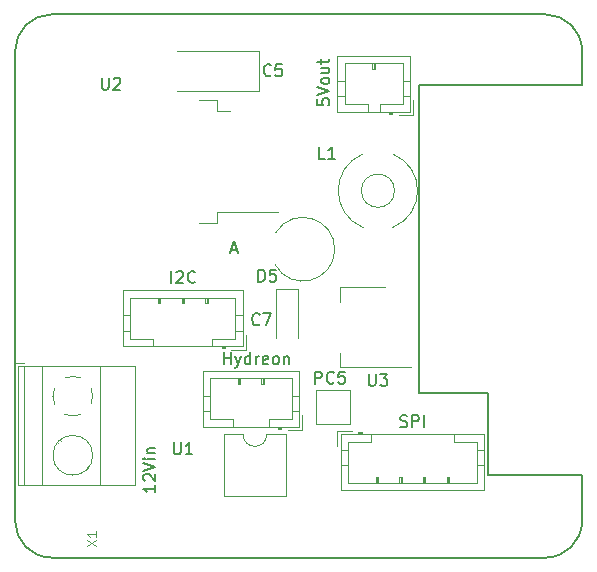
<source format=gbr>
G04 #@! TF.GenerationSoftware,KiCad,Pcbnew,8.99.0-unknown*
G04 #@! TF.CreationDate,2024-03-12T12:42:11+03:00*
G04 #@! TF.ProjectId,opi-hat,6f70692d-6861-4742-9e6b-696361645f70,rev?*
G04 #@! TF.SameCoordinates,Original*
G04 #@! TF.FileFunction,Legend,Top*
G04 #@! TF.FilePolarity,Positive*
%FSLAX46Y46*%
G04 Gerber Fmt 4.6, Leading zero omitted, Abs format (unit mm)*
G04 Created by KiCad (PCBNEW 8.99.0-unknown) date 2024-03-12 12:42:11*
%MOMM*%
%LPD*%
G01*
G04 APERTURE LIST*
%ADD10C,0.150000*%
%ADD11C,0.092659*%
%ADD12C,0.120000*%
G04 #@! TA.AperFunction,Profile*
%ADD13C,0.127000*%
G04 #@! TD*
G04 APERTURE END LIST*
D10*
X89027095Y-56858819D02*
X89027095Y-57668342D01*
X89027095Y-57668342D02*
X89074714Y-57763580D01*
X89074714Y-57763580D02*
X89122333Y-57811200D01*
X89122333Y-57811200D02*
X89217571Y-57858819D01*
X89217571Y-57858819D02*
X89408047Y-57858819D01*
X89408047Y-57858819D02*
X89503285Y-57811200D01*
X89503285Y-57811200D02*
X89550904Y-57763580D01*
X89550904Y-57763580D02*
X89598523Y-57668342D01*
X89598523Y-57668342D02*
X89598523Y-56858819D01*
X90027095Y-56954057D02*
X90074714Y-56906438D01*
X90074714Y-56906438D02*
X90169952Y-56858819D01*
X90169952Y-56858819D02*
X90408047Y-56858819D01*
X90408047Y-56858819D02*
X90503285Y-56906438D01*
X90503285Y-56906438D02*
X90550904Y-56954057D01*
X90550904Y-56954057D02*
X90598523Y-57049295D01*
X90598523Y-57049295D02*
X90598523Y-57144533D01*
X90598523Y-57144533D02*
X90550904Y-57287390D01*
X90550904Y-57287390D02*
X89979476Y-57858819D01*
X89979476Y-57858819D02*
X90598523Y-57858819D01*
D11*
X87774523Y-96475732D02*
X88546683Y-95960959D01*
X87774523Y-95960959D02*
X88546683Y-96475732D01*
X88546683Y-95262338D02*
X88546683Y-95703572D01*
X88546683Y-95482955D02*
X87774523Y-95482955D01*
X87774523Y-95482955D02*
X87884832Y-95556494D01*
X87884832Y-95556494D02*
X87958371Y-95630033D01*
X87958371Y-95630033D02*
X87995140Y-95703572D01*
D10*
X107277819Y-58657952D02*
X107277819Y-59134142D01*
X107277819Y-59134142D02*
X107754009Y-59181761D01*
X107754009Y-59181761D02*
X107706390Y-59134142D01*
X107706390Y-59134142D02*
X107658771Y-59038904D01*
X107658771Y-59038904D02*
X107658771Y-58800809D01*
X107658771Y-58800809D02*
X107706390Y-58705571D01*
X107706390Y-58705571D02*
X107754009Y-58657952D01*
X107754009Y-58657952D02*
X107849247Y-58610333D01*
X107849247Y-58610333D02*
X108087342Y-58610333D01*
X108087342Y-58610333D02*
X108182580Y-58657952D01*
X108182580Y-58657952D02*
X108230200Y-58705571D01*
X108230200Y-58705571D02*
X108277819Y-58800809D01*
X108277819Y-58800809D02*
X108277819Y-59038904D01*
X108277819Y-59038904D02*
X108230200Y-59134142D01*
X108230200Y-59134142D02*
X108182580Y-59181761D01*
X107277819Y-58324618D02*
X108277819Y-57991285D01*
X108277819Y-57991285D02*
X107277819Y-57657952D01*
X108277819Y-57181761D02*
X108230200Y-57276999D01*
X108230200Y-57276999D02*
X108182580Y-57324618D01*
X108182580Y-57324618D02*
X108087342Y-57372237D01*
X108087342Y-57372237D02*
X107801628Y-57372237D01*
X107801628Y-57372237D02*
X107706390Y-57324618D01*
X107706390Y-57324618D02*
X107658771Y-57276999D01*
X107658771Y-57276999D02*
X107611152Y-57181761D01*
X107611152Y-57181761D02*
X107611152Y-57038904D01*
X107611152Y-57038904D02*
X107658771Y-56943666D01*
X107658771Y-56943666D02*
X107706390Y-56896047D01*
X107706390Y-56896047D02*
X107801628Y-56848428D01*
X107801628Y-56848428D02*
X108087342Y-56848428D01*
X108087342Y-56848428D02*
X108182580Y-56896047D01*
X108182580Y-56896047D02*
X108230200Y-56943666D01*
X108230200Y-56943666D02*
X108277819Y-57038904D01*
X108277819Y-57038904D02*
X108277819Y-57181761D01*
X107611152Y-55991285D02*
X108277819Y-55991285D01*
X107611152Y-56419856D02*
X108134961Y-56419856D01*
X108134961Y-56419856D02*
X108230200Y-56372237D01*
X108230200Y-56372237D02*
X108277819Y-56276999D01*
X108277819Y-56276999D02*
X108277819Y-56134142D01*
X108277819Y-56134142D02*
X108230200Y-56038904D01*
X108230200Y-56038904D02*
X108182580Y-55991285D01*
X107611152Y-55657951D02*
X107611152Y-55276999D01*
X107277819Y-55515094D02*
X108134961Y-55515094D01*
X108134961Y-55515094D02*
X108230200Y-55467475D01*
X108230200Y-55467475D02*
X108277819Y-55372237D01*
X108277819Y-55372237D02*
X108277819Y-55276999D01*
X102278905Y-74114819D02*
X102278905Y-73114819D01*
X102278905Y-73114819D02*
X102517000Y-73114819D01*
X102517000Y-73114819D02*
X102659857Y-73162438D01*
X102659857Y-73162438D02*
X102755095Y-73257676D01*
X102755095Y-73257676D02*
X102802714Y-73352914D01*
X102802714Y-73352914D02*
X102850333Y-73543390D01*
X102850333Y-73543390D02*
X102850333Y-73686247D01*
X102850333Y-73686247D02*
X102802714Y-73876723D01*
X102802714Y-73876723D02*
X102755095Y-73971961D01*
X102755095Y-73971961D02*
X102659857Y-74067200D01*
X102659857Y-74067200D02*
X102517000Y-74114819D01*
X102517000Y-74114819D02*
X102278905Y-74114819D01*
X103755095Y-73114819D02*
X103278905Y-73114819D01*
X103278905Y-73114819D02*
X103231286Y-73591009D01*
X103231286Y-73591009D02*
X103278905Y-73543390D01*
X103278905Y-73543390D02*
X103374143Y-73495771D01*
X103374143Y-73495771D02*
X103612238Y-73495771D01*
X103612238Y-73495771D02*
X103707476Y-73543390D01*
X103707476Y-73543390D02*
X103755095Y-73591009D01*
X103755095Y-73591009D02*
X103802714Y-73686247D01*
X103802714Y-73686247D02*
X103802714Y-73924342D01*
X103802714Y-73924342D02*
X103755095Y-74019580D01*
X103755095Y-74019580D02*
X103707476Y-74067200D01*
X103707476Y-74067200D02*
X103612238Y-74114819D01*
X103612238Y-74114819D02*
X103374143Y-74114819D01*
X103374143Y-74114819D02*
X103278905Y-74067200D01*
X103278905Y-74067200D02*
X103231286Y-74019580D01*
X99964905Y-71416104D02*
X100441095Y-71416104D01*
X99869667Y-71701819D02*
X100203000Y-70701819D01*
X100203000Y-70701819D02*
X100536333Y-71701819D01*
X114292191Y-86386200D02*
X114435048Y-86433819D01*
X114435048Y-86433819D02*
X114673143Y-86433819D01*
X114673143Y-86433819D02*
X114768381Y-86386200D01*
X114768381Y-86386200D02*
X114816000Y-86338580D01*
X114816000Y-86338580D02*
X114863619Y-86243342D01*
X114863619Y-86243342D02*
X114863619Y-86148104D01*
X114863619Y-86148104D02*
X114816000Y-86052866D01*
X114816000Y-86052866D02*
X114768381Y-86005247D01*
X114768381Y-86005247D02*
X114673143Y-85957628D01*
X114673143Y-85957628D02*
X114482667Y-85910009D01*
X114482667Y-85910009D02*
X114387429Y-85862390D01*
X114387429Y-85862390D02*
X114339810Y-85814771D01*
X114339810Y-85814771D02*
X114292191Y-85719533D01*
X114292191Y-85719533D02*
X114292191Y-85624295D01*
X114292191Y-85624295D02*
X114339810Y-85529057D01*
X114339810Y-85529057D02*
X114387429Y-85481438D01*
X114387429Y-85481438D02*
X114482667Y-85433819D01*
X114482667Y-85433819D02*
X114720762Y-85433819D01*
X114720762Y-85433819D02*
X114863619Y-85481438D01*
X115292191Y-86433819D02*
X115292191Y-85433819D01*
X115292191Y-85433819D02*
X115673143Y-85433819D01*
X115673143Y-85433819D02*
X115768381Y-85481438D01*
X115768381Y-85481438D02*
X115816000Y-85529057D01*
X115816000Y-85529057D02*
X115863619Y-85624295D01*
X115863619Y-85624295D02*
X115863619Y-85767152D01*
X115863619Y-85767152D02*
X115816000Y-85862390D01*
X115816000Y-85862390D02*
X115768381Y-85910009D01*
X115768381Y-85910009D02*
X115673143Y-85957628D01*
X115673143Y-85957628D02*
X115292191Y-85957628D01*
X116292191Y-86433819D02*
X116292191Y-85433819D01*
X93545819Y-91352523D02*
X93545819Y-91923951D01*
X93545819Y-91638237D02*
X92545819Y-91638237D01*
X92545819Y-91638237D02*
X92688676Y-91733475D01*
X92688676Y-91733475D02*
X92783914Y-91828713D01*
X92783914Y-91828713D02*
X92831533Y-91923951D01*
X92641057Y-90971570D02*
X92593438Y-90923951D01*
X92593438Y-90923951D02*
X92545819Y-90828713D01*
X92545819Y-90828713D02*
X92545819Y-90590618D01*
X92545819Y-90590618D02*
X92593438Y-90495380D01*
X92593438Y-90495380D02*
X92641057Y-90447761D01*
X92641057Y-90447761D02*
X92736295Y-90400142D01*
X92736295Y-90400142D02*
X92831533Y-90400142D01*
X92831533Y-90400142D02*
X92974390Y-90447761D01*
X92974390Y-90447761D02*
X93545819Y-91019189D01*
X93545819Y-91019189D02*
X93545819Y-90400142D01*
X92545819Y-90114427D02*
X93545819Y-89781094D01*
X93545819Y-89781094D02*
X92545819Y-89447761D01*
X93545819Y-89114427D02*
X92879152Y-89114427D01*
X92545819Y-89114427D02*
X92593438Y-89162046D01*
X92593438Y-89162046D02*
X92641057Y-89114427D01*
X92641057Y-89114427D02*
X92593438Y-89066808D01*
X92593438Y-89066808D02*
X92545819Y-89114427D01*
X92545819Y-89114427D02*
X92641057Y-89114427D01*
X92879152Y-88638237D02*
X93545819Y-88638237D01*
X92974390Y-88638237D02*
X92926771Y-88590618D01*
X92926771Y-88590618D02*
X92879152Y-88495380D01*
X92879152Y-88495380D02*
X92879152Y-88352523D01*
X92879152Y-88352523D02*
X92926771Y-88257285D01*
X92926771Y-88257285D02*
X93022009Y-88209666D01*
X93022009Y-88209666D02*
X93545819Y-88209666D01*
X107910333Y-63700819D02*
X107434143Y-63700819D01*
X107434143Y-63700819D02*
X107434143Y-62700819D01*
X108767476Y-63700819D02*
X108196048Y-63700819D01*
X108481762Y-63700819D02*
X108481762Y-62700819D01*
X108481762Y-62700819D02*
X108386524Y-62843676D01*
X108386524Y-62843676D02*
X108291286Y-62938914D01*
X108291286Y-62938914D02*
X108196048Y-62986533D01*
X102373133Y-77712880D02*
X102325514Y-77760500D01*
X102325514Y-77760500D02*
X102182657Y-77808119D01*
X102182657Y-77808119D02*
X102087419Y-77808119D01*
X102087419Y-77808119D02*
X101944562Y-77760500D01*
X101944562Y-77760500D02*
X101849324Y-77665261D01*
X101849324Y-77665261D02*
X101801705Y-77570023D01*
X101801705Y-77570023D02*
X101754086Y-77379547D01*
X101754086Y-77379547D02*
X101754086Y-77236690D01*
X101754086Y-77236690D02*
X101801705Y-77046214D01*
X101801705Y-77046214D02*
X101849324Y-76950976D01*
X101849324Y-76950976D02*
X101944562Y-76855738D01*
X101944562Y-76855738D02*
X102087419Y-76808119D01*
X102087419Y-76808119D02*
X102182657Y-76808119D01*
X102182657Y-76808119D02*
X102325514Y-76855738D01*
X102325514Y-76855738D02*
X102373133Y-76903357D01*
X102706467Y-76808119D02*
X103373133Y-76808119D01*
X103373133Y-76808119D02*
X102944562Y-77808119D01*
X111633095Y-81932819D02*
X111633095Y-82742342D01*
X111633095Y-82742342D02*
X111680714Y-82837580D01*
X111680714Y-82837580D02*
X111728333Y-82885200D01*
X111728333Y-82885200D02*
X111823571Y-82932819D01*
X111823571Y-82932819D02*
X112014047Y-82932819D01*
X112014047Y-82932819D02*
X112109285Y-82885200D01*
X112109285Y-82885200D02*
X112156904Y-82837580D01*
X112156904Y-82837580D02*
X112204523Y-82742342D01*
X112204523Y-82742342D02*
X112204523Y-81932819D01*
X112585476Y-81932819D02*
X113204523Y-81932819D01*
X113204523Y-81932819D02*
X112871190Y-82313771D01*
X112871190Y-82313771D02*
X113014047Y-82313771D01*
X113014047Y-82313771D02*
X113109285Y-82361390D01*
X113109285Y-82361390D02*
X113156904Y-82409009D01*
X113156904Y-82409009D02*
X113204523Y-82504247D01*
X113204523Y-82504247D02*
X113204523Y-82742342D01*
X113204523Y-82742342D02*
X113156904Y-82837580D01*
X113156904Y-82837580D02*
X113109285Y-82885200D01*
X113109285Y-82885200D02*
X113014047Y-82932819D01*
X113014047Y-82932819D02*
X112728333Y-82932819D01*
X112728333Y-82932819D02*
X112633095Y-82885200D01*
X112633095Y-82885200D02*
X112585476Y-82837580D01*
X95123095Y-87719819D02*
X95123095Y-88529342D01*
X95123095Y-88529342D02*
X95170714Y-88624580D01*
X95170714Y-88624580D02*
X95218333Y-88672200D01*
X95218333Y-88672200D02*
X95313571Y-88719819D01*
X95313571Y-88719819D02*
X95504047Y-88719819D01*
X95504047Y-88719819D02*
X95599285Y-88672200D01*
X95599285Y-88672200D02*
X95646904Y-88624580D01*
X95646904Y-88624580D02*
X95694523Y-88529342D01*
X95694523Y-88529342D02*
X95694523Y-87719819D01*
X96694523Y-88719819D02*
X96123095Y-88719819D01*
X96408809Y-88719819D02*
X96408809Y-87719819D01*
X96408809Y-87719819D02*
X96313571Y-87862676D01*
X96313571Y-87862676D02*
X96218333Y-87957914D01*
X96218333Y-87957914D02*
X96123095Y-88005533D01*
X107092905Y-82750819D02*
X107092905Y-81750819D01*
X107092905Y-81750819D02*
X107473857Y-81750819D01*
X107473857Y-81750819D02*
X107569095Y-81798438D01*
X107569095Y-81798438D02*
X107616714Y-81846057D01*
X107616714Y-81846057D02*
X107664333Y-81941295D01*
X107664333Y-81941295D02*
X107664333Y-82084152D01*
X107664333Y-82084152D02*
X107616714Y-82179390D01*
X107616714Y-82179390D02*
X107569095Y-82227009D01*
X107569095Y-82227009D02*
X107473857Y-82274628D01*
X107473857Y-82274628D02*
X107092905Y-82274628D01*
X108664333Y-82655580D02*
X108616714Y-82703200D01*
X108616714Y-82703200D02*
X108473857Y-82750819D01*
X108473857Y-82750819D02*
X108378619Y-82750819D01*
X108378619Y-82750819D02*
X108235762Y-82703200D01*
X108235762Y-82703200D02*
X108140524Y-82607961D01*
X108140524Y-82607961D02*
X108092905Y-82512723D01*
X108092905Y-82512723D02*
X108045286Y-82322247D01*
X108045286Y-82322247D02*
X108045286Y-82179390D01*
X108045286Y-82179390D02*
X108092905Y-81988914D01*
X108092905Y-81988914D02*
X108140524Y-81893676D01*
X108140524Y-81893676D02*
X108235762Y-81798438D01*
X108235762Y-81798438D02*
X108378619Y-81750819D01*
X108378619Y-81750819D02*
X108473857Y-81750819D01*
X108473857Y-81750819D02*
X108616714Y-81798438D01*
X108616714Y-81798438D02*
X108664333Y-81846057D01*
X109569095Y-81750819D02*
X109092905Y-81750819D01*
X109092905Y-81750819D02*
X109045286Y-82227009D01*
X109045286Y-82227009D02*
X109092905Y-82179390D01*
X109092905Y-82179390D02*
X109188143Y-82131771D01*
X109188143Y-82131771D02*
X109426238Y-82131771D01*
X109426238Y-82131771D02*
X109521476Y-82179390D01*
X109521476Y-82179390D02*
X109569095Y-82227009D01*
X109569095Y-82227009D02*
X109616714Y-82322247D01*
X109616714Y-82322247D02*
X109616714Y-82560342D01*
X109616714Y-82560342D02*
X109569095Y-82655580D01*
X109569095Y-82655580D02*
X109521476Y-82703200D01*
X109521476Y-82703200D02*
X109426238Y-82750819D01*
X109426238Y-82750819D02*
X109188143Y-82750819D01*
X109188143Y-82750819D02*
X109092905Y-82703200D01*
X109092905Y-82703200D02*
X109045286Y-82655580D01*
X99346095Y-81099819D02*
X99346095Y-80099819D01*
X99346095Y-80576009D02*
X99917523Y-80576009D01*
X99917523Y-81099819D02*
X99917523Y-80099819D01*
X100298476Y-80433152D02*
X100536571Y-81099819D01*
X100774666Y-80433152D02*
X100536571Y-81099819D01*
X100536571Y-81099819D02*
X100441333Y-81337914D01*
X100441333Y-81337914D02*
X100393714Y-81385533D01*
X100393714Y-81385533D02*
X100298476Y-81433152D01*
X101584190Y-81099819D02*
X101584190Y-80099819D01*
X101584190Y-81052200D02*
X101488952Y-81099819D01*
X101488952Y-81099819D02*
X101298476Y-81099819D01*
X101298476Y-81099819D02*
X101203238Y-81052200D01*
X101203238Y-81052200D02*
X101155619Y-81004580D01*
X101155619Y-81004580D02*
X101108000Y-80909342D01*
X101108000Y-80909342D02*
X101108000Y-80623628D01*
X101108000Y-80623628D02*
X101155619Y-80528390D01*
X101155619Y-80528390D02*
X101203238Y-80480771D01*
X101203238Y-80480771D02*
X101298476Y-80433152D01*
X101298476Y-80433152D02*
X101488952Y-80433152D01*
X101488952Y-80433152D02*
X101584190Y-80480771D01*
X102060381Y-81099819D02*
X102060381Y-80433152D01*
X102060381Y-80623628D02*
X102108000Y-80528390D01*
X102108000Y-80528390D02*
X102155619Y-80480771D01*
X102155619Y-80480771D02*
X102250857Y-80433152D01*
X102250857Y-80433152D02*
X102346095Y-80433152D01*
X103060381Y-81052200D02*
X102965143Y-81099819D01*
X102965143Y-81099819D02*
X102774667Y-81099819D01*
X102774667Y-81099819D02*
X102679429Y-81052200D01*
X102679429Y-81052200D02*
X102631810Y-80956961D01*
X102631810Y-80956961D02*
X102631810Y-80576009D01*
X102631810Y-80576009D02*
X102679429Y-80480771D01*
X102679429Y-80480771D02*
X102774667Y-80433152D01*
X102774667Y-80433152D02*
X102965143Y-80433152D01*
X102965143Y-80433152D02*
X103060381Y-80480771D01*
X103060381Y-80480771D02*
X103108000Y-80576009D01*
X103108000Y-80576009D02*
X103108000Y-80671247D01*
X103108000Y-80671247D02*
X102631810Y-80766485D01*
X103679429Y-81099819D02*
X103584191Y-81052200D01*
X103584191Y-81052200D02*
X103536572Y-81004580D01*
X103536572Y-81004580D02*
X103488953Y-80909342D01*
X103488953Y-80909342D02*
X103488953Y-80623628D01*
X103488953Y-80623628D02*
X103536572Y-80528390D01*
X103536572Y-80528390D02*
X103584191Y-80480771D01*
X103584191Y-80480771D02*
X103679429Y-80433152D01*
X103679429Y-80433152D02*
X103822286Y-80433152D01*
X103822286Y-80433152D02*
X103917524Y-80480771D01*
X103917524Y-80480771D02*
X103965143Y-80528390D01*
X103965143Y-80528390D02*
X104012762Y-80623628D01*
X104012762Y-80623628D02*
X104012762Y-80909342D01*
X104012762Y-80909342D02*
X103965143Y-81004580D01*
X103965143Y-81004580D02*
X103917524Y-81052200D01*
X103917524Y-81052200D02*
X103822286Y-81099819D01*
X103822286Y-81099819D02*
X103679429Y-81099819D01*
X104441334Y-80433152D02*
X104441334Y-81099819D01*
X104441334Y-80528390D02*
X104488953Y-80480771D01*
X104488953Y-80480771D02*
X104584191Y-80433152D01*
X104584191Y-80433152D02*
X104727048Y-80433152D01*
X104727048Y-80433152D02*
X104822286Y-80480771D01*
X104822286Y-80480771D02*
X104869905Y-80576009D01*
X104869905Y-80576009D02*
X104869905Y-81099819D01*
X94908810Y-74220819D02*
X94908810Y-73220819D01*
X95337381Y-73316057D02*
X95385000Y-73268438D01*
X95385000Y-73268438D02*
X95480238Y-73220819D01*
X95480238Y-73220819D02*
X95718333Y-73220819D01*
X95718333Y-73220819D02*
X95813571Y-73268438D01*
X95813571Y-73268438D02*
X95861190Y-73316057D01*
X95861190Y-73316057D02*
X95908809Y-73411295D01*
X95908809Y-73411295D02*
X95908809Y-73506533D01*
X95908809Y-73506533D02*
X95861190Y-73649390D01*
X95861190Y-73649390D02*
X95289762Y-74220819D01*
X95289762Y-74220819D02*
X95908809Y-74220819D01*
X96908809Y-74125580D02*
X96861190Y-74173200D01*
X96861190Y-74173200D02*
X96718333Y-74220819D01*
X96718333Y-74220819D02*
X96623095Y-74220819D01*
X96623095Y-74220819D02*
X96480238Y-74173200D01*
X96480238Y-74173200D02*
X96385000Y-74077961D01*
X96385000Y-74077961D02*
X96337381Y-73982723D01*
X96337381Y-73982723D02*
X96289762Y-73792247D01*
X96289762Y-73792247D02*
X96289762Y-73649390D01*
X96289762Y-73649390D02*
X96337381Y-73458914D01*
X96337381Y-73458914D02*
X96385000Y-73363676D01*
X96385000Y-73363676D02*
X96480238Y-73268438D01*
X96480238Y-73268438D02*
X96623095Y-73220819D01*
X96623095Y-73220819D02*
X96718333Y-73220819D01*
X96718333Y-73220819D02*
X96861190Y-73268438D01*
X96861190Y-73268438D02*
X96908809Y-73316057D01*
X103338333Y-56620580D02*
X103290714Y-56668200D01*
X103290714Y-56668200D02*
X103147857Y-56715819D01*
X103147857Y-56715819D02*
X103052619Y-56715819D01*
X103052619Y-56715819D02*
X102909762Y-56668200D01*
X102909762Y-56668200D02*
X102814524Y-56572961D01*
X102814524Y-56572961D02*
X102766905Y-56477723D01*
X102766905Y-56477723D02*
X102719286Y-56287247D01*
X102719286Y-56287247D02*
X102719286Y-56144390D01*
X102719286Y-56144390D02*
X102766905Y-55953914D01*
X102766905Y-55953914D02*
X102814524Y-55858676D01*
X102814524Y-55858676D02*
X102909762Y-55763438D01*
X102909762Y-55763438D02*
X103052619Y-55715819D01*
X103052619Y-55715819D02*
X103147857Y-55715819D01*
X103147857Y-55715819D02*
X103290714Y-55763438D01*
X103290714Y-55763438D02*
X103338333Y-55811057D01*
X104243095Y-55715819D02*
X103766905Y-55715819D01*
X103766905Y-55715819D02*
X103719286Y-56192009D01*
X103719286Y-56192009D02*
X103766905Y-56144390D01*
X103766905Y-56144390D02*
X103862143Y-56096771D01*
X103862143Y-56096771D02*
X104100238Y-56096771D01*
X104100238Y-56096771D02*
X104195476Y-56144390D01*
X104195476Y-56144390D02*
X104243095Y-56192009D01*
X104243095Y-56192009D02*
X104290714Y-56287247D01*
X104290714Y-56287247D02*
X104290714Y-56525342D01*
X104290714Y-56525342D02*
X104243095Y-56620580D01*
X104243095Y-56620580D02*
X104195476Y-56668200D01*
X104195476Y-56668200D02*
X104100238Y-56715819D01*
X104100238Y-56715819D02*
X103862143Y-56715819D01*
X103862143Y-56715819D02*
X103766905Y-56668200D01*
X103766905Y-56668200D02*
X103719286Y-56620580D01*
D12*
X97275000Y-58759000D02*
X98775000Y-58759000D01*
X97275000Y-69159000D02*
X98775000Y-69159000D01*
X98775000Y-58759000D02*
X98775000Y-59709000D01*
X98775000Y-59709000D02*
X99875000Y-59709000D01*
X98775000Y-68209000D02*
X103900000Y-68209000D01*
X98775000Y-69159000D02*
X98775000Y-68209000D01*
X108970000Y-55002000D02*
X108970000Y-59722000D01*
X108970000Y-57112000D02*
X109580000Y-57112000D01*
X108970000Y-58412000D02*
X109580000Y-58412000D01*
X108970000Y-59722000D02*
X115090000Y-59722000D01*
X109580000Y-55612000D02*
X109580000Y-59112000D01*
X109580000Y-59112000D02*
X111530000Y-59112000D01*
X111530000Y-59112000D02*
X111530000Y-59722000D01*
X111930000Y-56112000D02*
X111930000Y-55612000D01*
X112030000Y-55612000D02*
X112030000Y-56112000D01*
X112130000Y-55612000D02*
X112130000Y-56112000D01*
X112130000Y-56112000D02*
X111930000Y-56112000D01*
X112530000Y-59112000D02*
X114480000Y-59112000D01*
X112530000Y-59722000D02*
X112530000Y-59112000D01*
X113330000Y-59722000D02*
X113330000Y-59922000D01*
X113330000Y-59822000D02*
X113630000Y-59822000D01*
X113330000Y-59922000D02*
X113630000Y-59922000D01*
X113630000Y-59922000D02*
X113630000Y-59722000D01*
X114140000Y-60022000D02*
X115390000Y-60022000D01*
X114480000Y-55612000D02*
X109580000Y-55612000D01*
X114480000Y-59112000D02*
X114480000Y-55612000D01*
X115090000Y-55002000D02*
X108970000Y-55002000D01*
X115090000Y-57112000D02*
X114480000Y-57112000D01*
X115090000Y-58412000D02*
X114480000Y-58412000D01*
X115090000Y-59722000D02*
X115090000Y-55002000D01*
X115390000Y-60022000D02*
X115390000Y-58772000D01*
X103735580Y-69983819D02*
G75*
G02*
X103683640Y-72674000I2309420J-1390181D01*
G01*
X108956000Y-86748000D02*
X108956000Y-87998000D01*
X109256000Y-87048000D02*
X109256000Y-91768000D01*
X109256000Y-88358000D02*
X109866000Y-88358000D01*
X109256000Y-89658000D02*
X109866000Y-89658000D01*
X109256000Y-91768000D02*
X121376000Y-91768000D01*
X109866000Y-87658000D02*
X109866000Y-91158000D01*
X109866000Y-91158000D02*
X120766000Y-91158000D01*
X110206000Y-86748000D02*
X108956000Y-86748000D01*
X110716000Y-86848000D02*
X110716000Y-87048000D01*
X111016000Y-86848000D02*
X110716000Y-86848000D01*
X111016000Y-86948000D02*
X110716000Y-86948000D01*
X111016000Y-87048000D02*
X111016000Y-86848000D01*
X111816000Y-87048000D02*
X111816000Y-87658000D01*
X111816000Y-87658000D02*
X109866000Y-87658000D01*
X112216000Y-90658000D02*
X112416000Y-90658000D01*
X112216000Y-91158000D02*
X112216000Y-90658000D01*
X112316000Y-91158000D02*
X112316000Y-90658000D01*
X112416000Y-90658000D02*
X112416000Y-91158000D01*
X114216000Y-90658000D02*
X114416000Y-90658000D01*
X114216000Y-91158000D02*
X114216000Y-90658000D01*
X114316000Y-91158000D02*
X114316000Y-90658000D01*
X114416000Y-90658000D02*
X114416000Y-91158000D01*
X116216000Y-90658000D02*
X116416000Y-90658000D01*
X116216000Y-91158000D02*
X116216000Y-90658000D01*
X116316000Y-91158000D02*
X116316000Y-90658000D01*
X116416000Y-90658000D02*
X116416000Y-91158000D01*
X118216000Y-90658000D02*
X118416000Y-90658000D01*
X118216000Y-91158000D02*
X118216000Y-90658000D01*
X118316000Y-91158000D02*
X118316000Y-90658000D01*
X118416000Y-90658000D02*
X118416000Y-91158000D01*
X118816000Y-87658000D02*
X118816000Y-87048000D01*
X120766000Y-87658000D02*
X118816000Y-87658000D01*
X120766000Y-91158000D02*
X120766000Y-87658000D01*
X121376000Y-87048000D02*
X109256000Y-87048000D01*
X121376000Y-88358000D02*
X120766000Y-88358000D01*
X121376000Y-89658000D02*
X120766000Y-89658000D01*
X121376000Y-91768000D02*
X121376000Y-87048000D01*
X81663000Y-81020000D02*
X81663000Y-81520000D01*
X81903000Y-81260000D02*
X81903000Y-91380000D01*
X82403000Y-81020000D02*
X81663000Y-81020000D01*
X82463000Y-81260000D02*
X82463000Y-91380000D01*
X83963000Y-81260000D02*
X83963000Y-91380000D01*
X85324000Y-87786000D02*
X85289000Y-87751000D01*
X85540000Y-87593000D02*
X85494000Y-87546000D01*
X87632000Y-90095000D02*
X87586000Y-90048000D01*
X87838000Y-89890000D02*
X87802000Y-89855000D01*
X88864000Y-81260000D02*
X88864000Y-91380000D01*
X91824000Y-81260000D02*
X81903000Y-81260000D01*
X91824000Y-81260000D02*
X91824000Y-91380000D01*
X91824000Y-91380000D02*
X81903000Y-91380000D01*
X84882748Y-83848805D02*
G75*
G02*
X85028001Y-83136000I1680253J28806D01*
G01*
X85028245Y-84503318D02*
G75*
G02*
X84883001Y-83820000I1534755J683318D01*
G01*
X85879958Y-82284574D02*
G75*
G02*
X87246999Y-82285001I683041J-1535419D01*
G01*
X87246042Y-85355426D02*
G75*
G02*
X85879000Y-85355000I-683042J1535426D01*
G01*
X88098426Y-83136958D02*
G75*
G02*
X88097999Y-84503999I-1535419J-683041D01*
G01*
X88243000Y-88820000D02*
G75*
G02*
X84883000Y-88820000I-1680000J0D01*
G01*
X84883000Y-88820000D02*
G75*
G02*
X88243000Y-88820000I1680000J0D01*
G01*
X111135000Y-69534184D02*
G75*
G02*
X111135000Y-63307816I1260000J3113184D01*
G01*
X113655000Y-63307816D02*
G75*
G02*
X113655000Y-69534184I-1260000J-3113184D01*
G01*
X113799000Y-66421000D02*
G75*
G02*
X110991000Y-66421000I-1404000J0D01*
G01*
X110991000Y-66421000D02*
G75*
G02*
X113799000Y-66421000I1404000J0D01*
G01*
X103763800Y-74781800D02*
X103763800Y-78866800D01*
X105633800Y-74781800D02*
X103763800Y-74781800D01*
X105633800Y-78866800D02*
X105633800Y-74781800D01*
X109215000Y-74568000D02*
X109215000Y-75828000D01*
X109215000Y-81388000D02*
X109215000Y-80128000D01*
X112975000Y-74568000D02*
X109215000Y-74568000D01*
X115225000Y-81388000D02*
X109215000Y-81388000D01*
X99331000Y-87062000D02*
X99331000Y-92262000D01*
X99331000Y-92262000D02*
X104631000Y-92262000D01*
X100981000Y-87062000D02*
X99331000Y-87062000D01*
X104631000Y-87062000D02*
X102981000Y-87062000D01*
X104631000Y-92262000D02*
X104631000Y-87062000D01*
X102981000Y-87062000D02*
G75*
G02*
X100981000Y-87062000I-1000000J0D01*
G01*
X107135000Y-83259000D02*
X110035000Y-83259000D01*
X107135000Y-86159000D02*
X107135000Y-83259000D01*
X110035000Y-83259000D02*
X110035000Y-86159000D01*
X110035000Y-86159000D02*
X107135000Y-86159000D01*
X97572000Y-81672000D02*
X97572000Y-86392000D01*
X97572000Y-83782000D02*
X98182000Y-83782000D01*
X97572000Y-85082000D02*
X98182000Y-85082000D01*
X97572000Y-86392000D02*
X105692000Y-86392000D01*
X98182000Y-82282000D02*
X98182000Y-85782000D01*
X98182000Y-85782000D02*
X100132000Y-85782000D01*
X100132000Y-85782000D02*
X100132000Y-86392000D01*
X100532000Y-82782000D02*
X100532000Y-82282000D01*
X100632000Y-82282000D02*
X100632000Y-82782000D01*
X100732000Y-82282000D02*
X100732000Y-82782000D01*
X100732000Y-82782000D02*
X100532000Y-82782000D01*
X102532000Y-82782000D02*
X102532000Y-82282000D01*
X102632000Y-82282000D02*
X102632000Y-82782000D01*
X102732000Y-82282000D02*
X102732000Y-82782000D01*
X102732000Y-82782000D02*
X102532000Y-82782000D01*
X103132000Y-85782000D02*
X105082000Y-85782000D01*
X103132000Y-86392000D02*
X103132000Y-85782000D01*
X103932000Y-86392000D02*
X103932000Y-86592000D01*
X103932000Y-86492000D02*
X104232000Y-86492000D01*
X103932000Y-86592000D02*
X104232000Y-86592000D01*
X104232000Y-86592000D02*
X104232000Y-86392000D01*
X104742000Y-86692000D02*
X105992000Y-86692000D01*
X105082000Y-82282000D02*
X98182000Y-82282000D01*
X105082000Y-85782000D02*
X105082000Y-82282000D01*
X105692000Y-81672000D02*
X97572000Y-81672000D01*
X105692000Y-83782000D02*
X105082000Y-83782000D01*
X105692000Y-85082000D02*
X105082000Y-85082000D01*
X105692000Y-86392000D02*
X105692000Y-81672000D01*
X105992000Y-86692000D02*
X105992000Y-85442000D01*
X90825000Y-74856000D02*
X90825000Y-79576000D01*
X90825000Y-76966000D02*
X91435000Y-76966000D01*
X90825000Y-78266000D02*
X91435000Y-78266000D01*
X90825000Y-79576000D02*
X100945000Y-79576000D01*
X91435000Y-75466000D02*
X91435000Y-78966000D01*
X91435000Y-78966000D02*
X93385000Y-78966000D01*
X93385000Y-78966000D02*
X93385000Y-79576000D01*
X93785000Y-75966000D02*
X93785000Y-75466000D01*
X93885000Y-75466000D02*
X93885000Y-75966000D01*
X93985000Y-75466000D02*
X93985000Y-75966000D01*
X93985000Y-75966000D02*
X93785000Y-75966000D01*
X95785000Y-75966000D02*
X95785000Y-75466000D01*
X95885000Y-75466000D02*
X95885000Y-75966000D01*
X95985000Y-75466000D02*
X95985000Y-75966000D01*
X95985000Y-75966000D02*
X95785000Y-75966000D01*
X97785000Y-75966000D02*
X97785000Y-75466000D01*
X97885000Y-75466000D02*
X97885000Y-75966000D01*
X97985000Y-75466000D02*
X97985000Y-75966000D01*
X97985000Y-75966000D02*
X97785000Y-75966000D01*
X98385000Y-78966000D02*
X100335000Y-78966000D01*
X98385000Y-79576000D02*
X98385000Y-78966000D01*
X99185000Y-79576000D02*
X99185000Y-79776000D01*
X99185000Y-79676000D02*
X99485000Y-79676000D01*
X99185000Y-79776000D02*
X99485000Y-79776000D01*
X99485000Y-79776000D02*
X99485000Y-79576000D01*
X99995000Y-79876000D02*
X101245000Y-79876000D01*
X100335000Y-75466000D02*
X91435000Y-75466000D01*
X100335000Y-78966000D02*
X100335000Y-75466000D01*
X100945000Y-74856000D02*
X90825000Y-74856000D01*
X100945000Y-76966000D02*
X100335000Y-76966000D01*
X100945000Y-78266000D02*
X100335000Y-78266000D01*
X100945000Y-79576000D02*
X100945000Y-74856000D01*
X101245000Y-79876000D02*
X101245000Y-78626000D01*
X95425000Y-57971000D02*
X102360000Y-57971000D01*
X102360000Y-54551000D02*
X95425000Y-54551000D01*
X102360000Y-57971000D02*
X102360000Y-54551000D01*
D13*
X81681300Y-54586900D02*
X81681300Y-94386900D01*
X84781300Y-97486899D02*
X126581299Y-97486899D01*
X115841253Y-57501509D02*
X115841253Y-83536509D01*
X115841253Y-83536509D02*
X121683253Y-83536509D01*
X121683253Y-83536509D02*
X121683253Y-90521509D01*
X121683253Y-90521509D02*
X129684253Y-90521509D01*
X126581299Y-51486900D02*
X84781300Y-51486900D01*
X129681299Y-57501509D02*
X115841253Y-57501509D01*
X129681299Y-57501509D02*
X129681299Y-54586900D01*
X129684253Y-90521509D02*
X129684253Y-94382309D01*
X81681300Y-54586900D02*
G75*
G02*
X84781300Y-51486900I3100000J0D01*
G01*
X84781300Y-97486900D02*
G75*
G02*
X81681300Y-94386900I0J3100000D01*
G01*
X126581299Y-51486900D02*
G75*
G02*
X129681302Y-54586900I4J-3099999D01*
G01*
X129681298Y-94386900D02*
G75*
G02*
X126581299Y-97486894I-3099995J1D01*
G01*
M02*

</source>
